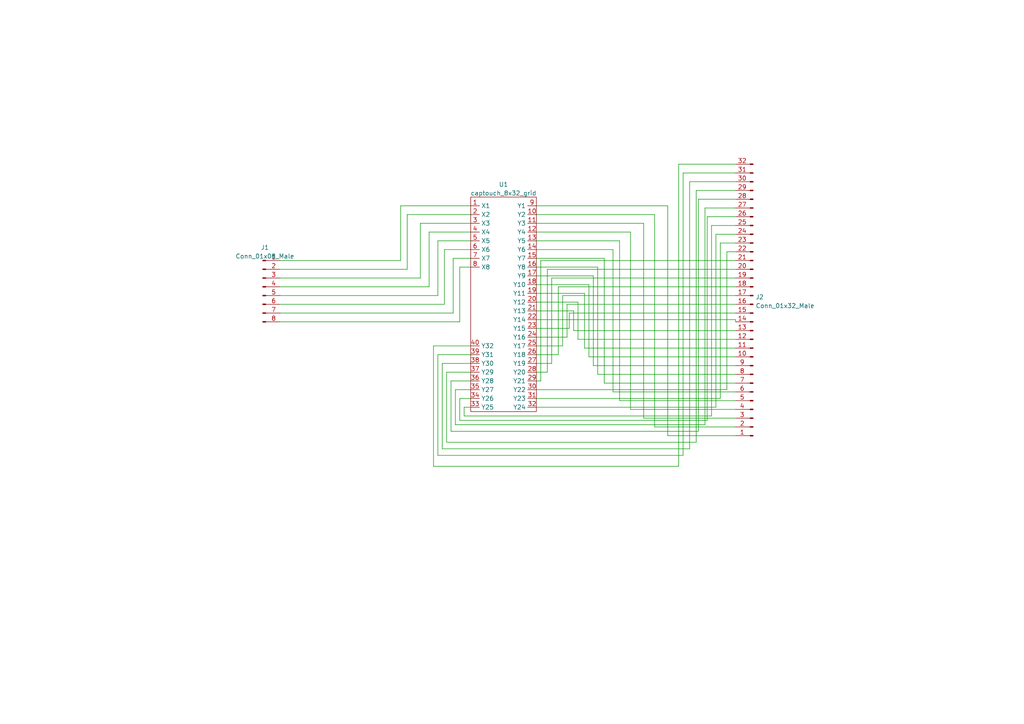
<source format=kicad_sch>
(kicad_sch (version 20211123) (generator eeschema)
  (paper "A4")
  (lib_symbols
    (symbol "Connector:Conn_01x08_Male" (pin_names (offset 1.016) hide)
      (property "Reference" "J" (at 0 10.16 0))
      (property "Value" "Conn_01x08_Male" (at 0 -12.7 0))
      (symbol "Conn_01x08_Male_1_1"
        (polyline (pts (xy 1.27 -10.16) (xy 0.8636 -10.16)) (stroke (width 0.1524)))
        (polyline (pts (xy 1.27 -7.62) (xy 0.8636 -7.62)) (stroke (width 0.1524)))
        (polyline (pts (xy 1.27 -5.08) (xy 0.8636 -5.08)) (stroke (width 0.1524)))
        (polyline (pts (xy 1.27 -2.54) (xy 0.8636 -2.54)) (stroke (width 0.1524)))
        (polyline (pts (xy 1.27 0) (xy 0.8636 0)) (stroke (width 0.1524)))
        (polyline (pts (xy 1.27 2.54) (xy 0.8636 2.54)) (stroke (width 0.1524)))
        (polyline (pts (xy 1.27 5.08) (xy 0.8636 5.08)) (stroke (width 0.1524)))
        (polyline (pts (xy 1.27 7.62) (xy 0.8636 7.62)) (stroke (width 0.1524)))
        (rectangle (start 0.8636 -10.033) (end 0 -10.287) (stroke (width 0.1524)) (fill (type outline)))
        (rectangle (start 0.8636 -7.493) (end 0 -7.747) (stroke (width 0.1524)) (fill (type outline)))
        (rectangle (start 0.8636 -4.953) (end 0 -5.207) (stroke (width 0.1524)) (fill (type outline)))
        (rectangle (start 0.8636 -2.413) (end 0 -2.667) (stroke (width 0.1524)) (fill (type outline)))
        (rectangle (start 0.8636 0.127) (end 0 -0.127) (stroke (width 0.1524)) (fill (type outline)))
        (rectangle (start 0.8636 2.667) (end 0 2.413) (stroke (width 0.1524)) (fill (type outline)))
        (rectangle (start 0.8636 5.207) (end 0 4.953) (stroke (width 0.1524)) (fill (type outline)))
        (rectangle (start 0.8636 7.747) (end 0 7.493) (stroke (width 0.1524)) (fill (type outline)))
        (pin passive line (at 5.08 7.62 180) (length 3.81) (name "Pin_1") (number "1"))
        (pin passive line (at 5.08 5.08 180) (length 3.81) (name "Pin_2") (number "2"))
        (pin passive line (at 5.08 2.54 180) (length 3.81) (name "Pin_3") (number "3"))
        (pin passive line (at 5.08 0 180) (length 3.81) (name "Pin_4") (number "4"))
        (pin passive line (at 5.08 -2.54 180) (length 3.81) (name "Pin_5") (number "5"))
        (pin passive line (at 5.08 -5.08 180) (length 3.81) (name "Pin_6") (number "6"))
        (pin passive line (at 5.08 -7.62 180) (length 3.81) (name "Pin_7") (number "7"))
        (pin passive line (at 5.08 -10.16 180) (length 3.81) (name "Pin_8") (number "8"))
      )
    )
    (symbol "Connector:Conn_01x32_Male" (pin_names (offset 1.016) hide)
      (property "Reference" "J" (at 0 40.64 0))
      (property "Value" "Conn_01x32_Male" (at 0 -43.18 0))
      (symbol "Conn_01x32_Male_1_1"
        (polyline (pts (xy 1.27 -40.64) (xy 0.8636 -40.64)) (stroke (width 0.1524)))
        (polyline (pts (xy 1.27 -38.1) (xy 0.8636 -38.1)) (stroke (width 0.1524)))
        (polyline (pts (xy 1.27 -35.56) (xy 0.8636 -35.56)) (stroke (width 0.1524)))
        (polyline (pts (xy 1.27 -33.02) (xy 0.8636 -33.02)) (stroke (width 0.1524)))
        (polyline (pts (xy 1.27 -30.48) (xy 0.8636 -30.48)) (stroke (width 0.1524)))
        (polyline (pts (xy 1.27 -27.94) (xy 0.8636 -27.94)) (stroke (width 0.1524)))
        (polyline (pts (xy 1.27 -25.4) (xy 0.8636 -25.4)) (stroke (width 0.1524)))
        (polyline (pts (xy 1.27 -22.86) (xy 0.8636 -22.86)) (stroke (width 0.1524)))
        (polyline (pts (xy 1.27 -20.32) (xy 0.8636 -20.32)) (stroke (width 0.1524)))
        (polyline (pts (xy 1.27 -17.78) (xy 0.8636 -17.78)) (stroke (width 0.1524)))
        (polyline (pts (xy 1.27 -15.24) (xy 0.8636 -15.24)) (stroke (width 0.1524)))
        (polyline (pts (xy 1.27 -12.7) (xy 0.8636 -12.7)) (stroke (width 0.1524)))
        (polyline (pts (xy 1.27 -10.16) (xy 0.8636 -10.16)) (stroke (width 0.1524)))
        (polyline (pts (xy 1.27 -7.62) (xy 0.8636 -7.62)) (stroke (width 0.1524)))
        (polyline (pts (xy 1.27 -5.08) (xy 0.8636 -5.08)) (stroke (width 0.1524)))
        (polyline (pts (xy 1.27 -2.54) (xy 0.8636 -2.54)) (stroke (width 0.1524)))
        (polyline (pts (xy 1.27 0) (xy 0.8636 0)) (stroke (width 0.1524)))
        (polyline (pts (xy 1.27 2.54) (xy 0.8636 2.54)) (stroke (width 0.1524)))
        (polyline (pts (xy 1.27 5.08) (xy 0.8636 5.08)) (stroke (width 0.1524)))
        (polyline (pts (xy 1.27 7.62) (xy 0.8636 7.62)) (stroke (width 0.1524)))
        (polyline (pts (xy 1.27 10.16) (xy 0.8636 10.16)) (stroke (width 0.1524)))
        (polyline (pts (xy 1.27 12.7) (xy 0.8636 12.7)) (stroke (width 0.1524)))
        (polyline (pts (xy 1.27 15.24) (xy 0.8636 15.24)) (stroke (width 0.1524)))
        (polyline (pts (xy 1.27 17.78) (xy 0.8636 17.78)) (stroke (width 0.1524)))
        (polyline (pts (xy 1.27 20.32) (xy 0.8636 20.32)) (stroke (width 0.1524)))
        (polyline (pts (xy 1.27 22.86) (xy 0.8636 22.86)) (stroke (width 0.1524)))
        (polyline (pts (xy 1.27 25.4) (xy 0.8636 25.4)) (stroke (width 0.1524)))
        (polyline (pts (xy 1.27 27.94) (xy 0.8636 27.94)) (stroke (width 0.1524)))
        (polyline (pts (xy 1.27 30.48) (xy 0.8636 30.48)) (stroke (width 0.1524)))
        (polyline (pts (xy 1.27 33.02) (xy 0.8636 33.02)) (stroke (width 0.1524)))
        (polyline (pts (xy 1.27 35.56) (xy 0.8636 35.56)) (stroke (width 0.1524)))
        (polyline (pts (xy 1.27 38.1) (xy 0.8636 38.1)) (stroke (width 0.1524)))
        (rectangle (start 0.8636 -40.513) (end 0 -40.767) (stroke (width 0.1524)) (fill (type outline)))
        (rectangle (start 0.8636 -37.973) (end 0 -38.227) (stroke (width 0.1524)) (fill (type outline)))
        (rectangle (start 0.8636 -35.433) (end 0 -35.687) (stroke (width 0.1524)) (fill (type outline)))
        (rectangle (start 0.8636 -32.893) (end 0 -33.147) (stroke (width 0.1524)) (fill (type outline)))
        (rectangle (start 0.8636 -30.353) (end 0 -30.607) (stroke (width 0.1524)) (fill (type outline)))
        (rectangle (start 0.8636 -27.813) (end 0 -28.067) (stroke (width 0.1524)) (fill (type outline)))
        (rectangle (start 0.8636 -25.273) (end 0 -25.527) (stroke (width 0.1524)) (fill (type outline)))
        (rectangle (start 0.8636 -22.733) (end 0 -22.987) (stroke (width 0.1524)) (fill (type outline)))
        (rectangle (start 0.8636 -20.193) (end 0 -20.447) (stroke (width 0.1524)) (fill (type outline)))
        (rectangle (start 0.8636 -17.653) (end 0 -17.907) (stroke (width 0.1524)) (fill (type outline)))
        (rectangle (start 0.8636 -15.113) (end 0 -15.367) (stroke (width 0.1524)) (fill (type outline)))
        (rectangle (start 0.8636 -12.573) (end 0 -12.827) (stroke (width 0.1524)) (fill (type outline)))
        (rectangle (start 0.8636 -10.033) (end 0 -10.287) (stroke (width 0.1524)) (fill (type outline)))
        (rectangle (start 0.8636 -7.493) (end 0 -7.747) (stroke (width 0.1524)) (fill (type outline)))
        (rectangle (start 0.8636 -4.953) (end 0 -5.207) (stroke (width 0.1524)) (fill (type outline)))
        (rectangle (start 0.8636 -2.413) (end 0 -2.667) (stroke (width 0.1524)) (fill (type outline)))
        (rectangle (start 0.8636 0.127) (end 0 -0.127) (stroke (width 0.1524)) (fill (type outline)))
        (rectangle (start 0.8636 2.667) (end 0 2.413) (stroke (width 0.1524)) (fill (type outline)))
        (rectangle (start 0.8636 5.207) (end 0 4.953) (stroke (width 0.1524)) (fill (type outline)))
        (rectangle (start 0.8636 7.747) (end 0 7.493) (stroke (width 0.1524)) (fill (type outline)))
        (rectangle (start 0.8636 10.287) (end 0 10.033) (stroke (width 0.1524)) (fill (type outline)))
        (rectangle (start 0.8636 12.827) (end 0 12.573) (stroke (width 0.1524)) (fill (type outline)))
        (rectangle (start 0.8636 15.367) (end 0 15.113) (stroke (width 0.1524)) (fill (type outline)))
        (rectangle (start 0.8636 17.907) (end 0 17.653) (stroke (width 0.1524)) (fill (type outline)))
        (rectangle (start 0.8636 20.447) (end 0 20.193) (stroke (width 0.1524)) (fill (type outline)))
        (rectangle (start 0.8636 22.987) (end 0 22.733) (stroke (width 0.1524)) (fill (type outline)))
        (rectangle (start 0.8636 25.527) (end 0 25.273) (stroke (width 0.1524)) (fill (type outline)))
        (rectangle (start 0.8636 28.067) (end 0 27.813) (stroke (width 0.1524)) (fill (type outline)))
        (rectangle (start 0.8636 30.607) (end 0 30.353) (stroke (width 0.1524)) (fill (type outline)))
        (rectangle (start 0.8636 33.147) (end 0 32.893) (stroke (width 0.1524)) (fill (type outline)))
        (rectangle (start 0.8636 35.687) (end 0 35.433) (stroke (width 0.1524)) (fill (type outline)))
        (rectangle (start 0.8636 38.227) (end 0 37.973) (stroke (width 0.1524)) (fill (type outline)))
        (pin passive line (at 5.08 38.1 180) (length 3.81) (name "Pin_1") (number "1"))
        (pin passive line (at 5.08 15.24 180) (length 3.81) (name "Pin_10") (number "10"))
        (pin passive line (at 5.08 12.7 180) (length 3.81) (name "Pin_11") (number "11"))
        (pin passive line (at 5.08 10.16 180) (length 3.81) (name "Pin_12") (number "12"))
        (pin passive line (at 5.08 7.62 180) (length 3.81) (name "Pin_13") (number "13"))
        (pin passive line (at 5.08 5.08 180) (length 3.81) (name "Pin_14") (number "14"))
        (pin passive line (at 5.08 2.54 180) (length 3.81) (name "Pin_15") (number "15"))
        (pin passive line (at 5.08 0 180) (length 3.81) (name "Pin_16") (number "16"))
        (pin passive line (at 5.08 -2.54 180) (length 3.81) (name "Pin_17") (number "17"))
        (pin passive line (at 5.08 -5.08 180) (length 3.81) (name "Pin_18") (number "18"))
        (pin passive line (at 5.08 -7.62 180) (length 3.81) (name "Pin_19") (number "19"))
        (pin passive line (at 5.08 35.56 180) (length 3.81) (name "Pin_2") (number "2"))
        (pin passive line (at 5.08 -10.16 180) (length 3.81) (name "Pin_20") (number "20"))
        (pin passive line (at 5.08 -12.7 180) (length 3.81) (name "Pin_21") (number "21"))
        (pin passive line (at 5.08 -15.24 180) (length 3.81) (name "Pin_22") (number "22"))
        (pin passive line (at 5.08 -17.78 180) (length 3.81) (name "Pin_23") (number "23"))
        (pin passive line (at 5.08 -20.32 180) (length 3.81) (name "Pin_24") (number "24"))
        (pin passive line (at 5.08 -22.86 180) (length 3.81) (name "Pin_25") (number "25"))
        (pin passive line (at 5.08 -25.4 180) (length 3.81) (name "Pin_26") (number "26"))
        (pin passive line (at 5.08 -27.94 180) (length 3.81) (name "Pin_27") (number "27"))
        (pin passive line (at 5.08 -30.48 180) (length 3.81) (name "Pin_28") (number "28"))
        (pin passive line (at 5.08 -33.02 180) (length 3.81) (name "Pin_29") (number "29"))
        (pin passive line (at 5.08 33.02 180) (length 3.81) (name "Pin_3") (number "3"))
        (pin passive line (at 5.08 -35.56 180) (length 3.81) (name "Pin_30") (number "30"))
        (pin passive line (at 5.08 -38.1 180) (length 3.81) (name "Pin_31") (number "31"))
        (pin passive line (at 5.08 -40.64 180) (length 3.81) (name "Pin_32") (number "32"))
        (pin passive line (at 5.08 30.48 180) (length 3.81) (name "Pin_4") (number "4"))
        (pin passive line (at 5.08 27.94 180) (length 3.81) (name "Pin_5") (number "5"))
        (pin passive line (at 5.08 25.4 180) (length 3.81) (name "Pin_6") (number "6"))
        (pin passive line (at 5.08 22.86 180) (length 3.81) (name "Pin_7") (number "7"))
        (pin passive line (at 5.08 20.32 180) (length 3.81) (name "Pin_8") (number "8"))
        (pin passive line (at 5.08 17.78 180) (length 3.81) (name "Pin_9") (number "9"))
      )
    )
    (symbol "asmr-kicad:captouch_8x32_grid"
      (property "Reference" "U" (at 5.08 2.54 0))
      (property "Value" "captouch_8x32_grid" (at 5.08 5.08 0))
      (symbol "captouch_8x32_grid_0_1"
        (rectangle (start -3.81 0) (end 15.24 -62.23) (stroke (width 0.1524)))
      )
      (symbol "captouch_8x32_grid_1_1"
        (pin input line (at -3.81 -2.54 0) (length 2.54) (name "X1") (number "1"))
        (pin input line (at 15.24 -5.08 180) (length 2.54) (name "Y2") (number "10"))
        (pin input line (at 15.24 -7.62 180) (length 2.54) (name "Y3") (number "11"))
        (pin input line (at 15.24 -10.16 180) (length 2.54) (name "Y4") (number "12"))
        (pin input line (at 15.24 -12.7 180) (length 2.54) (name "Y5") (number "13"))
        (pin input line (at 15.24 -15.24 180) (length 2.54) (name "Y6") (number "14"))
        (pin input line (at 15.24 -17.78 180) (length 2.54) (name "Y7") (number "15"))
        (pin input line (at 15.24 -20.32 180) (length 2.54) (name "Y8") (number "16"))
        (pin input line (at 15.24 -22.86 180) (length 2.54) (name "Y9") (number "17"))
        (pin input line (at 15.24 -25.4 180) (length 2.54) (name "Y10") (number "18"))
        (pin input line (at 15.24 -27.94 180) (length 2.54) (name "Y11") (number "19"))
        (pin input line (at -3.81 -5.08 0) (length 2.54) (name "X2") (number "2"))
        (pin input line (at 15.24 -30.48 180) (length 2.54) (name "Y12") (number "20"))
        (pin input line (at 15.24 -33.02 180) (length 2.54) (name "Y13") (number "21"))
        (pin input line (at 15.24 -35.56 180) (length 2.54) (name "Y14") (number "22"))
        (pin input line (at 15.24 -38.1 180) (length 2.54) (name "Y15") (number "23"))
        (pin input line (at 15.24 -40.64 180) (length 2.54) (name "Y16") (number "24"))
        (pin input line (at 15.24 -43.18 180) (length 2.54) (name "Y17") (number "25"))
        (pin input line (at 15.24 -45.72 180) (length 2.54) (name "Y18") (number "26"))
        (pin input line (at 15.24 -48.26 180) (length 2.54) (name "Y19") (number "27"))
        (pin input line (at 15.24 -50.8 180) (length 2.54) (name "Y20") (number "28"))
        (pin input line (at 15.24 -53.34 180) (length 2.54) (name "Y21") (number "29"))
        (pin input line (at -3.81 -7.62 0) (length 2.54) (name "X3") (number "3"))
        (pin input line (at 15.24 -55.88 180) (length 2.54) (name "Y22") (number "30"))
        (pin input line (at 15.24 -58.42 180) (length 2.54) (name "Y23") (number "31"))
        (pin input line (at 15.24 -60.96 180) (length 2.54) (name "Y24") (number "32"))
        (pin input line (at -3.81 -60.96 0) (length 2.54) (name "Y25") (number "33"))
        (pin input line (at -3.81 -58.42 0) (length 2.54) (name "Y26") (number "34"))
        (pin input line (at -3.81 -55.88 0) (length 2.54) (name "Y27") (number "35"))
        (pin input line (at -3.81 -53.34 0) (length 2.54) (name "Y28") (number "36"))
        (pin input line (at -3.81 -50.8 0) (length 2.54) (name "Y29") (number "37"))
        (pin input line (at -3.81 -48.26 0) (length 2.54) (name "Y30") (number "38"))
        (pin input line (at -3.81 -45.72 0) (length 2.54) (name "Y31") (number "39"))
        (pin input line (at -3.81 -10.16 0) (length 2.54) (name "X4") (number "4"))
        (pin input line (at -3.81 -43.18 0) (length 2.54) (name "Y32") (number "40"))
        (pin input line (at -3.81 -12.7 0) (length 2.54) (name "X5") (number "5"))
        (pin input line (at -3.81 -15.24 0) (length 2.54) (name "X6") (number "6"))
        (pin input line (at -3.81 -17.78 0) (length 2.54) (name "X7") (number "7"))
        (pin input line (at -3.81 -20.32 0) (length 2.54) (name "X8") (number "8"))
        (pin input line (at 15.24 -2.54 180) (length 2.54) (name "Y1") (number "9"))
      )
    )
  )
  (wire (pts (xy 129.54 107.95) (xy 136.525 107.95)))
  (wire (pts (xy 127 102.87) (xy 136.525 102.87)))
  (wire (pts (xy 213.36 95.885) (xy 166.37 95.885)))
  (wire (pts (xy 133.35 77.47) (xy 136.525 77.47)))
  (wire (pts (xy 118.11 62.23) (xy 136.525 62.23)))
  (wire (pts (xy 202.565 57.785) (xy 213.36 57.785)))
  (wire (pts (xy 173.355 77.47) (xy 173.355 108.585)))
  (wire (pts (xy 161.925 102.87) (xy 161.925 83.185)))
  (wire (pts (xy 166.37 95.885) (xy 166.37 90.17)))
  (wire (pts (xy 213.36 75.565) (xy 156.845 75.565)))
  (wire (pts (xy 81.28 90.805) (xy 131.445 90.805)))
  (wire (pts (xy 213.36 60.325) (xy 204.47 60.325)))
  (wire (pts (xy 172.085 106.045) (xy 172.085 80.01)))
  (wire (pts (xy 134.62 118.11) (xy 136.525 118.11)))
  (wire (pts (xy 163.195 85.725) (xy 163.195 100.33)))
  (wire (pts (xy 116.205 75.565) (xy 116.205 59.69)))
  (wire (pts (xy 206.375 65.405) (xy 206.375 120.65)))
  (wire (pts (xy 175.26 111.125) (xy 175.26 74.93)))
  (wire (pts (xy 200.025 130.175) (xy 200.025 52.705)))
  (wire (pts (xy 155.575 92.71) (xy 213.36 92.71)))
  (wire (pts (xy 189.865 123.825) (xy 213.36 123.825)))
  (wire (pts (xy 182.88 67.31) (xy 182.88 118.745)))
  (wire (pts (xy 205.105 62.865) (xy 213.36 62.865)))
  (wire (pts (xy 131.445 74.93) (xy 136.525 74.93)))
  (wire (pts (xy 121.92 64.77) (xy 136.525 64.77)))
  (wire (pts (xy 158.75 107.95) (xy 158.75 78.105)))
  (wire (pts (xy 155.575 72.39) (xy 177.8 72.39)))
  (wire (pts (xy 166.37 90.17) (xy 155.575 90.17)))
  (wire (pts (xy 125.73 135.255) (xy 196.85 135.255)))
  (wire (pts (xy 201.93 55.245) (xy 201.93 128.27)))
  (wire (pts (xy 155.575 118.11) (xy 207.645 118.11)))
  (wire (pts (xy 167.64 87.63) (xy 167.64 98.425)))
  (wire (pts (xy 155.575 62.23) (xy 189.865 62.23)))
  (wire (pts (xy 205.105 121.92) (xy 205.105 62.865)))
  (wire (pts (xy 158.75 78.105) (xy 213.36 78.105)))
  (wire (pts (xy 173.355 108.585) (xy 213.36 108.585)))
  (wire (pts (xy 164.465 97.79) (xy 164.465 88.265)))
  (wire (pts (xy 172.085 80.01) (xy 155.575 80.01)))
  (wire (pts (xy 81.28 83.185) (xy 124.46 83.185)))
  (wire (pts (xy 213.36 100.965) (xy 169.545 100.965)))
  (wire (pts (xy 202.565 125.095) (xy 202.565 57.785)))
  (wire (pts (xy 208.915 115.57) (xy 155.575 115.57)))
  (wire (pts (xy 133.35 121.92) (xy 205.105 121.92)))
  (wire (pts (xy 124.46 83.185) (xy 124.46 67.31)))
  (wire (pts (xy 155.575 67.31) (xy 182.88 67.31)))
  (wire (pts (xy 196.85 47.625) (xy 213.36 47.625)))
  (wire (pts (xy 213.36 50.165) (xy 198.12 50.165)))
  (wire (pts (xy 81.28 80.645) (xy 121.92 80.645)))
  (wire (pts (xy 128.905 72.39) (xy 136.525 72.39)))
  (wire (pts (xy 186.69 121.285) (xy 186.69 64.77)))
  (wire (pts (xy 130.81 125.095) (xy 202.565 125.095)))
  (wire (pts (xy 81.28 78.105) (xy 118.11 78.105)))
  (wire (pts (xy 213.36 70.485) (xy 208.915 70.485)))
  (wire (pts (xy 155.575 107.95) (xy 158.75 107.95)))
  (wire (pts (xy 133.35 93.345) (xy 133.35 77.47)))
  (wire (pts (xy 213.36 106.045) (xy 172.085 106.045)))
  (wire (pts (xy 186.69 64.77) (xy 155.575 64.77)))
  (wire (pts (xy 81.28 93.345) (xy 133.35 93.345)))
  (wire (pts (xy 136.525 105.41) (xy 128.27 105.41)))
  (wire (pts (xy 156.845 110.49) (xy 155.575 110.49)))
  (wire (pts (xy 127 85.725) (xy 127 69.85)))
  (wire (pts (xy 198.12 50.165) (xy 198.12 132.08)))
  (wire (pts (xy 175.26 74.93) (xy 155.575 74.93)))
  (wire (pts (xy 116.205 59.69) (xy 136.525 59.69)))
  (wire (pts (xy 81.28 88.265) (xy 128.905 88.265)))
  (wire (pts (xy 213.36 116.205) (xy 179.705 116.205)))
  (wire (pts (xy 128.905 88.265) (xy 128.905 72.39)))
  (wire (pts (xy 179.705 69.85) (xy 155.575 69.85)))
  (wire (pts (xy 179.705 116.205) (xy 179.705 69.85)))
  (wire (pts (xy 196.85 135.255) (xy 196.85 47.625)))
  (wire (pts (xy 167.64 98.425) (xy 213.36 98.425)))
  (wire (pts (xy 207.645 118.11) (xy 207.645 67.945)))
  (wire (pts (xy 133.35 115.57) (xy 133.35 121.92)))
  (wire (pts (xy 125.73 100.33) (xy 125.73 135.255)))
  (wire (pts (xy 128.27 130.175) (xy 200.025 130.175)))
  (wire (pts (xy 136.525 115.57) (xy 133.35 115.57)))
  (wire (pts (xy 213.36 126.365) (xy 193.675 126.365)))
  (wire (pts (xy 127 132.08) (xy 127 102.87)))
  (wire (pts (xy 163.195 100.33) (xy 155.575 100.33)))
  (wire (pts (xy 207.645 67.945) (xy 213.36 67.945)))
  (wire (pts (xy 134.62 120.65) (xy 134.62 118.11)))
  (wire (pts (xy 160.02 105.41) (xy 155.575 105.41)))
  (wire (pts (xy 155.575 87.63) (xy 167.64 87.63)))
  (wire (pts (xy 164.465 88.265) (xy 213.36 88.265)))
  (wire (pts (xy 156.845 75.565) (xy 156.845 110.49)))
  (wire (pts (xy 213.36 85.725) (xy 163.195 85.725)))
  (wire (pts (xy 213.36 121.285) (xy 186.69 121.285)))
  (wire (pts (xy 213.36 92.71) (xy 213.36 93.345)))
  (wire (pts (xy 131.445 90.805) (xy 131.445 74.93)))
  (wire (pts (xy 213.36 90.805) (xy 165.1 90.805)))
  (wire (pts (xy 177.8 113.665) (xy 213.36 113.665)))
  (wire (pts (xy 210.82 73.025) (xy 213.36 73.025)))
  (wire (pts (xy 213.36 111.125) (xy 175.26 111.125)))
  (wire (pts (xy 189.865 62.23) (xy 189.865 123.825)))
  (wire (pts (xy 155.575 97.79) (xy 164.465 97.79)))
  (wire (pts (xy 161.925 83.185) (xy 213.36 83.185)))
  (wire (pts (xy 193.675 59.69) (xy 155.575 59.69)))
  (wire (pts (xy 155.575 77.47) (xy 173.355 77.47)))
  (wire (pts (xy 160.02 80.645) (xy 160.02 105.41)))
  (wire (pts (xy 213.36 80.645) (xy 160.02 80.645)))
  (wire (pts (xy 165.1 95.25) (xy 155.575 95.25)))
  (wire (pts (xy 182.88 118.745) (xy 213.36 118.745)))
  (wire (pts (xy 155.575 82.55) (xy 170.815 82.55)))
  (wire (pts (xy 124.46 67.31) (xy 136.525 67.31)))
  (wire (pts (xy 201.93 128.27) (xy 129.54 128.27)))
  (wire (pts (xy 169.545 85.09) (xy 155.575 85.09)))
  (wire (pts (xy 170.815 103.505) (xy 213.36 103.505)))
  (wire (pts (xy 210.82 113.03) (xy 210.82 73.025)))
  (wire (pts (xy 136.525 100.33) (xy 125.73 100.33)))
  (wire (pts (xy 206.375 120.65) (xy 134.62 120.65)))
  (wire (pts (xy 177.8 72.39) (xy 177.8 113.665)))
  (wire (pts (xy 170.815 82.55) (xy 170.815 103.505)))
  (wire (pts (xy 193.675 126.365) (xy 193.675 59.69)))
  (wire (pts (xy 155.575 113.03) (xy 210.82 113.03)))
  (wire (pts (xy 213.36 65.405) (xy 206.375 65.405)))
  (wire (pts (xy 208.915 70.485) (xy 208.915 115.57)))
  (wire (pts (xy 118.11 78.105) (xy 118.11 62.23)))
  (wire (pts (xy 132.08 113.03) (xy 136.525 113.03)))
  (wire (pts (xy 213.36 55.245) (xy 201.93 55.245)))
  (wire (pts (xy 81.28 75.565) (xy 116.205 75.565)))
  (wire (pts (xy 130.81 110.49) (xy 130.81 125.095)))
  (wire (pts (xy 204.47 123.19) (xy 132.08 123.19)))
  (wire (pts (xy 165.1 90.805) (xy 165.1 95.25)))
  (wire (pts (xy 200.025 52.705) (xy 213.36 52.705)))
  (wire (pts (xy 198.12 132.08) (xy 127 132.08)))
  (wire (pts (xy 155.575 102.87) (xy 161.925 102.87)))
  (wire (pts (xy 81.28 85.725) (xy 127 85.725)))
  (wire (pts (xy 129.54 128.27) (xy 129.54 107.95)))
  (wire (pts (xy 128.27 105.41) (xy 128.27 130.175)))
  (wire (pts (xy 132.08 123.19) (xy 132.08 113.03)))
  (wire (pts (xy 136.525 110.49) (xy 130.81 110.49)))
  (wire (pts (xy 121.92 80.645) (xy 121.92 64.77)))
  (wire (pts (xy 204.47 60.325) (xy 204.47 123.19)))
  (wire (pts (xy 169.545 100.965) (xy 169.545 85.09)))
  (wire (pts (xy 127 69.85) (xy 136.525 69.85)))
  (symbol (lib_id "Connector:Conn_01x08_Male") (at 76.2 83.185 0) (unit 1)
    (property "Reference" "J1" (at 76.835 71.789 0))
    (property "Value" "Conn_01x08_Male" (at 76.835 74.3259 0))
    (property "Footprint" "ASMR_footprints:Conn_FFC_1x8_0.5mm_Molex_5019510830" (effects hide))
  )
  (symbol (lib_id "Connector:Conn_01x32_Male") (at 218.44 88.265 180) (unit 1)
    (property "Reference" "J2" (at 219.1512 86.1603 0) (effects (justify right)))
    (property "Value" "Conn_01x32_Male" (at 219.1512 88.6972 0) (effects (justify right)))
    (property "Footprint" "ASMR_footprints:Conn_FFC_1x32_0.5mm_Molex_5019513210" (effects hide))
  )
  (symbol (lib_id "asmr-kicad:captouch_8x32_grid") (at 140.335 57.15 0) (unit 1)
    (property "Reference" "U1" (at 146.05 53.501 0))
    (property "Value" "captouch_8x32_grid" (at 146.05 56.0379 0))
    (property "Footprint" "ASMR_footprints:captouch_8x32_diamond_alt_fill" (effects hide))
  )
)
</source>
